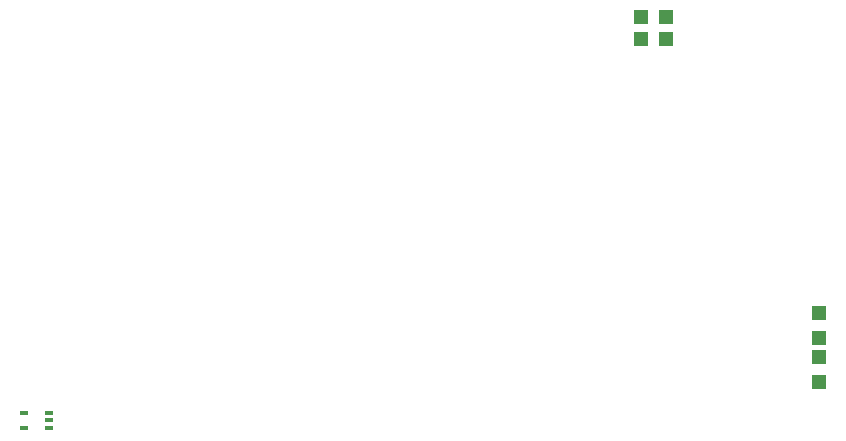
<source format=gbr>
G04*
G04 #@! TF.GenerationSoftware,Altium Limited,Altium Designer,24.2.2 (26)*
G04*
G04 Layer_Color=128*
%FSLAX44Y44*%
%MOMM*%
G71*
G04*
G04 #@! TF.SameCoordinates,0F8B1A73-7D9A-4E60-A1EB-41BE9D7EE600*
G04*
G04*
G04 #@! TF.FilePolarity,Positive*
G04*
G01*
G75*
%ADD36R,1.2000X1.2000*%
%ADD37R,1.2000X1.2000*%
%ADD131R,0.7000X0.4000*%
D36*
X786130Y1446530D02*
D03*
X807130D02*
D03*
X786180Y1465580D02*
D03*
X807180D02*
D03*
D37*
X937260Y1177240D02*
D03*
Y1156240D02*
D03*
Y1193850D02*
D03*
Y1214850D02*
D03*
D131*
X264070Y1130450D02*
D03*
Y1117450D02*
D03*
X284570Y1117450D02*
D03*
Y1123950D02*
D03*
Y1130450D02*
D03*
M02*

</source>
